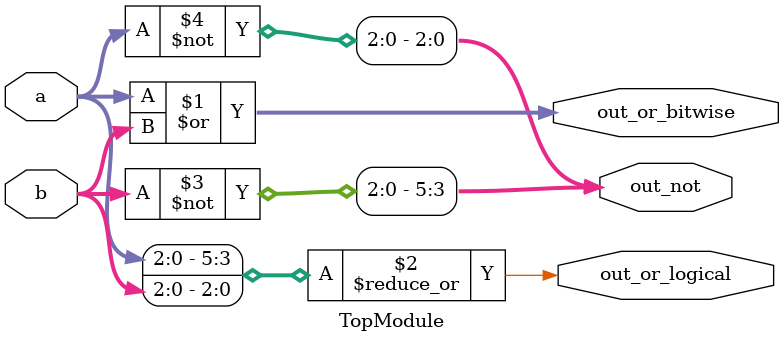
<source format=sv>
module TopModule (
    input logic [2:0] a,
    input logic [2:0] b,
    output logic [2:0] out_or_bitwise,
    output logic out_or_logical,
    output logic [5:0] out_not
);

    assign out_or_bitwise = a | b;
    assign out_or_logical = |{a, b}; // Logical OR of all bits in a and b
    assign out_not[5:3] = ~b; // Bitwise NOT of b
    assign out_not[2:0] = ~a; // Bitwise NOT of a

endmodule
</source>
